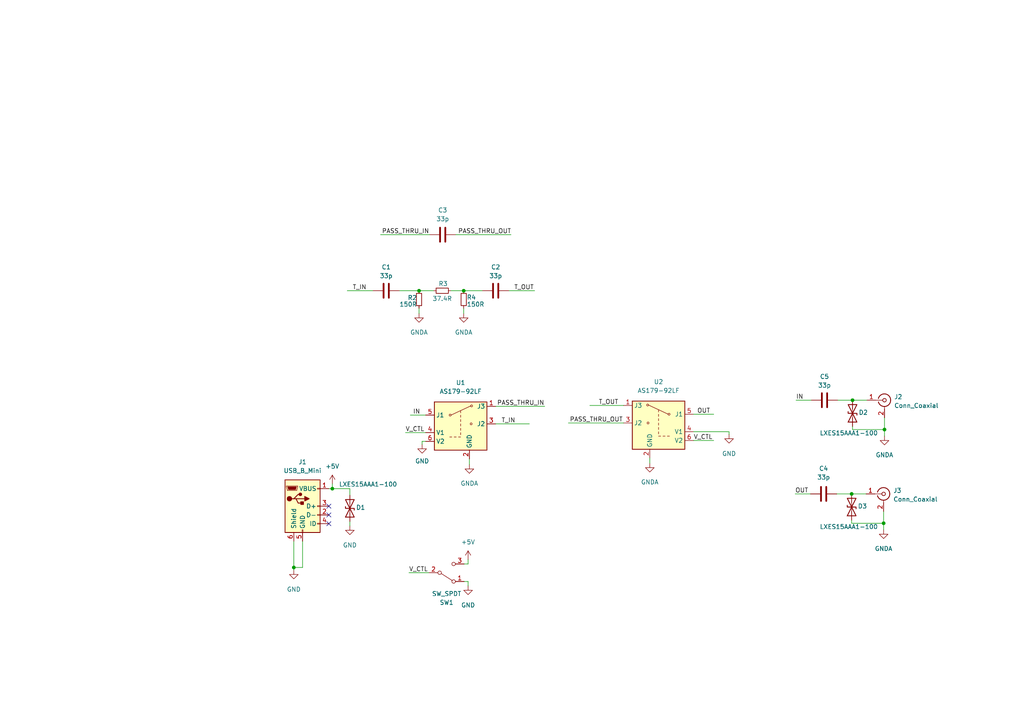
<source format=kicad_sch>
(kicad_sch (version 20211123) (generator eeschema)
  (paper "A4")
  (lib_symbols
    (symbol "Connector:Conn_Coaxial" (pin_names (offset 1.016) hide)
      (property "Reference" "J" (at 0.254 3.048 0))
      (property "Value" "Conn_Coaxial" (at 2.921 0 90))
      (symbol "Conn_Coaxial_0_1"
        (arc (start -1.778 -0.508) (mid 0.2311 -1.8066) (end 1.778 0) (stroke (width 0.254)))
        (polyline (pts (xy -2.54 0) (xy -0.508 0)))
        (polyline (pts (xy 0 -2.54) (xy 0 -1.778)))
        (circle (center 0 0) (radius 0.508) (stroke (width 0.2032)))
        (arc (start 1.778 0) (mid 0.2099 1.8101) (end -1.778 0.508) (stroke (width 0.254)))
      )
      (symbol "Conn_Coaxial_1_1"
        (pin passive line (at -5.08 0 0) (length 2.54) (name "In") (number "1"))
        (pin passive line (at 0 -5.08 90) (length 2.54) (name "Ext") (number "2"))
      )
    )
    (symbol "Connector:USB_B_Mini" (pin_names (offset 1.016))
      (property "Reference" "J" (at -5.08 11.43 0))
      (property "Value" "USB_B_Mini" (at -5.08 8.89 0))
      (symbol "USB_B_Mini_0_1"
        (rectangle (start -5.08 -7.62) (end 5.08 7.62) (stroke (width 0.254)) (fill (type background)))
        (circle (center -3.81 2.159) (radius 0.635) (stroke (width 0.254)) (fill (type outline)))
        (circle (center -0.635 3.429) (radius 0.381) (stroke (width 0.254)) (fill (type outline)))
        (rectangle (start -0.127 -7.62) (end 0.127 -6.858))
        (polyline (pts (xy -1.905 2.159) (xy 0.635 2.159)) (stroke (width 0.254)))
        (polyline (pts (xy -3.175 2.159) (xy -2.54 2.159) (xy -1.27 3.429) (xy -0.635 3.429)) (stroke (width 0.254)))
        (polyline (pts (xy -2.54 2.159) (xy -1.905 2.159) (xy -1.27 0.889) (xy 0 0.889)) (stroke (width 0.254)))
        (polyline (pts (xy 0.635 2.794) (xy 0.635 1.524) (xy 1.905 2.159) (xy 0.635 2.794)) (stroke (width 0.254)) (fill (type outline)))
        (polyline (pts (xy -4.318 5.588) (xy -1.778 5.588) (xy -2.032 4.826) (xy -4.064 4.826) (xy -4.318 5.588)) (fill (type outline)))
        (polyline (pts (xy -4.699 5.842) (xy -4.699 5.588) (xy -4.445 4.826) (xy -4.445 4.572) (xy -1.651 4.572) (xy -1.651 4.826) (xy -1.397 5.588) (xy -1.397 5.842) (xy -4.699 5.842)))
        (rectangle (start 0.254 1.27) (end -0.508 0.508) (stroke (width 0.254)) (fill (type outline)))
        (rectangle (start 5.08 -5.207) (end 4.318 -4.953))
        (rectangle (start 5.08 -2.667) (end 4.318 -2.413))
        (rectangle (start 5.08 -0.127) (end 4.318 0.127))
        (rectangle (start 5.08 4.953) (end 4.318 5.207))
      )
      (symbol "USB_B_Mini_1_1"
        (pin power_out line (at 7.62 5.08 180) (length 2.54) (name "VBUS") (number "1"))
        (pin bidirectional line (at 7.62 -2.54 180) (length 2.54) (name "D-") (number "2"))
        (pin bidirectional line (at 7.62 0 180) (length 2.54) (name "D+") (number "3"))
        (pin passive line (at 7.62 -5.08 180) (length 2.54) (name "ID") (number "4"))
        (pin power_out line (at 0 -10.16 90) (length 2.54) (name "GND") (number "5"))
        (pin passive line (at -2.54 -10.16 90) (length 2.54) (name "Shield") (number "6"))
      )
    )
    (symbol "Device:C" (pin_numbers hide) (pin_names (offset 0.254))
      (property "Reference" "C" (at 0.635 2.54 0))
      (property "Value" "C" (at 0.635 -2.54 0))
      (symbol "C_0_1"
        (polyline (pts (xy -2.032 -0.762) (xy 2.032 -0.762)) (stroke (width 0.508)))
        (polyline (pts (xy -2.032 0.762) (xy 2.032 0.762)) (stroke (width 0.508)))
      )
      (symbol "C_1_1"
        (pin passive line (at 0 3.81 270) (length 2.794) (name "~") (number "1"))
        (pin passive line (at 0 -3.81 90) (length 2.794) (name "~") (number "2"))
      )
    )
    (symbol "Device:D_TVS" (pin_numbers hide) (pin_names (offset 1.016) hide)
      (property "Reference" "D" (at 0 2.54 0))
      (property "Value" "D_TVS" (at 0 -2.54 0))
      (symbol "D_TVS_0_1"
        (polyline (pts (xy 1.27 0) (xy -1.27 0)))
        (polyline (pts (xy 0.508 1.27) (xy 0 1.27) (xy 0 -1.27) (xy -0.508 -1.27)) (stroke (width 0.254)))
        (polyline (pts (xy -2.54 1.27) (xy -2.54 -1.27) (xy 2.54 1.27) (xy 2.54 -1.27) (xy -2.54 1.27)) (stroke (width 0.254)))
      )
      (symbol "D_TVS_1_1"
        (pin passive line (at -3.81 0 0) (length 2.54) (name "A1") (number "1"))
        (pin passive line (at 3.81 0 180) (length 2.54) (name "A2") (number "2"))
      )
    )
    (symbol "Device:R_Small" (pin_numbers hide) (pin_names (offset 0.254) hide)
      (property "Reference" "R" (at 0.762 0.508 0))
      (property "Value" "R_Small" (at 0.762 -1.016 0))
      (symbol "R_Small_0_1"
        (rectangle (start -0.762 1.778) (end 0.762 -1.778) (stroke (width 0.2032)))
      )
      (symbol "R_Small_1_1"
        (pin passive line (at 0 2.54 270) (length 0.762) (name "~") (number "1"))
        (pin passive line (at 0 -2.54 90) (length 0.762) (name "~") (number "2"))
      )
    )
    (symbol "RF_Switch:AS179-92LF"
      (property "Reference" "U" (at -7.62 7.62 0))
      (property "Value" "AS179-92LF" (at 2.54 7.62 0))
      (symbol "AS179-92LF_1_1"
        (circle (center -3.048 2.54) (radius 0.2794))
        (polyline (pts (xy -3.175 -3.81) (xy -2.54 -3.81)))
        (polyline (pts (xy -2.794 2.54) (xy 2.921 5.207)))
        (polyline (pts (xy -1.905 -3.81) (xy -1.27 -3.81)))
        (polyline (pts (xy -0.635 -3.81) (xy 0 -3.81)))
        (polyline (pts (xy 0 -3.175) (xy 0 -2.54)))
        (polyline (pts (xy 0 -1.905) (xy 0 -1.27)))
        (polyline (pts (xy 0 -0.635) (xy 0 0)))
        (polyline (pts (xy 0 0.635) (xy 0 1.27)))
        (polyline (pts (xy 0 1.905) (xy 0 2.54)))
        (polyline (pts (xy 0 3.175) (xy 0 3.81)))
        (circle (center 3.048 0) (radius 0.2794))
        (circle (center 3.175 5.207) (radius 0.2794))
        (rectangle (start 7.62 -7.62) (end -7.62 6.35) (stroke (width 0.254)) (fill (type background)))
        (pin passive line (at 10.16 5.08 180) (length 2.54) (name "J3") (number "1"))
        (pin power_in line (at 2.54 -10.16 90) (length 2.54) (name "GND") (number "2"))
        (pin passive line (at 10.16 0 180) (length 2.54) (name "J2") (number "3"))
        (pin input line (at -10.16 -2.54 0) (length 2.54) (name "V1") (number "4"))
        (pin passive line (at -10.16 2.54 0) (length 2.54) (name "J1") (number "5"))
        (pin input line (at -10.16 -5.08 0) (length 2.54) (name "V2") (number "6"))
      )
    )
    (symbol "Switch:SW_SPDT" (pin_names (offset 0) hide)
      (property "Reference" "SW" (at 0 4.318 0))
      (property "Value" "SW_SPDT" (at 0 -5.08 0))
      (symbol "SW_SPDT_0_0"
        (circle (center -2.032 0) (radius 0.508))
        (circle (center 2.032 -2.54) (radius 0.508))
      )
      (symbol "SW_SPDT_0_1"
        (polyline (pts (xy -1.524 0.254) (xy 1.651 2.286)))
        (circle (center 2.032 2.54) (radius 0.508))
      )
      (symbol "SW_SPDT_1_1"
        (pin passive line (at 5.08 2.54 180) (length 2.54) (name "A") (number "1"))
        (pin passive line (at -5.08 0 0) (length 2.54) (name "B") (number "2"))
        (pin passive line (at 5.08 -2.54 180) (length 2.54) (name "C") (number "3"))
      )
    )
    (symbol "power:+5V" (power) (pin_names (offset 0))
      (property "Value" "+5V" (at 0 3.556 0))
      (symbol "+5V_0_1"
        (polyline (pts (xy -0.762 1.27) (xy 0 2.54)))
        (polyline (pts (xy 0 0) (xy 0 2.54)))
        (polyline (pts (xy 0 2.54) (xy 0.762 1.27)))
      )
      (symbol "+5V_1_1"
        (pin power_in line (at 0 0 90) (length 0) hide (name "+5V") (number "1"))
      )
    )
    (symbol "power:GND" (power) (pin_names (offset 0))
      (property "Value" "GND" (at 0 -3.81 0))
      (symbol "GND_0_1"
        (polyline (pts (xy 0 0) (xy 0 -1.27) (xy 1.27 -1.27) (xy 0 -2.54) (xy -1.27 -1.27) (xy 0 -1.27)))
      )
      (symbol "GND_1_1"
        (pin power_in line (at 0 0 270) (length 0) hide (name "GND") (number "1"))
      )
    )
    (symbol "power:GNDA" (power) (pin_names (offset 0))
      (property "Value" "GNDA" (at 0 -3.81 0))
      (symbol "GNDA_0_1"
        (polyline (pts (xy 0 0) (xy 0 -1.27) (xy 1.27 -1.27) (xy 0 -2.54) (xy -1.27 -1.27) (xy 0 -1.27)))
      )
      (symbol "GNDA_1_1"
        (pin power_in line (at 0 0 270) (length 0) hide (name "GNDA") (number "1"))
      )
    )
  )
  (junction (at 121.539 84.328))
  (junction (at 256.54 124.587))
  (junction (at 134.493 84.328))
  (junction (at 96.393 141.732))
  (junction (at 247.015 143.256))
  (junction (at 85.217 164.592))
  (junction (at 256.286 151.765))
  (junction (at 247.269 116.078))
  (no_connect (at 95.377 146.812))
  (no_connect (at 95.377 149.352))
  (no_connect (at 95.377 151.892))
  (wire (pts (xy 247.269 123.698) (xy 247.269 124.587)))
  (wire (pts (xy 95.377 141.732) (xy 96.393 141.732)))
  (wire (pts (xy 247.015 151.765) (xy 256.286 151.765)))
  (wire (pts (xy 171.069 117.602) (xy 180.848 117.602)))
  (wire (pts (xy 122.428 128.905) (xy 122.428 128.016)))
  (wire (pts (xy 201.168 125.222) (xy 211.455 125.222)))
  (wire (pts (xy 256.54 121.158) (xy 256.54 124.587)))
  (wire (pts (xy 96.393 141.732) (xy 101.473 141.732)))
  (wire (pts (xy 247.269 124.587) (xy 256.54 124.587)))
  (wire (pts (xy 143.764 122.936) (xy 153.543 122.936)))
  (wire (pts (xy 121.539 84.328) (xy 125.73 84.328)))
  (wire (pts (xy 256.54 124.587) (xy 256.54 126.492)))
  (wire (pts (xy 135.763 163.576) (xy 135.763 162.306)))
  (wire (pts (xy 247.015 143.256) (xy 251.206 143.256)))
  (wire (pts (xy 256.286 148.336) (xy 256.286 151.765)))
  (wire (pts (xy 143.764 117.856) (xy 157.988 117.856)))
  (wire (pts (xy 247.015 150.876) (xy 247.015 151.765)))
  (wire (pts (xy 118.618 166.116) (xy 124.46 166.116)))
  (wire (pts (xy 101.473 141.732) (xy 101.473 143.637)))
  (wire (pts (xy 87.757 164.592) (xy 85.217 164.592)))
  (wire (pts (xy 85.217 164.592) (xy 85.217 165.354)))
  (wire (pts (xy 242.697 143.256) (xy 247.015 143.256)))
  (wire (pts (xy 134.493 84.328) (xy 139.954 84.328)))
  (wire (pts (xy 188.468 132.842) (xy 188.468 134.366)))
  (wire (pts (xy 130.81 84.328) (xy 134.493 84.328)))
  (wire (pts (xy 100.711 84.328) (xy 108.204 84.328)))
  (wire (pts (xy 132.207 68.072) (xy 148.209 68.072)))
  (wire (pts (xy 122.428 128.016) (xy 123.444 128.016)))
  (wire (pts (xy 121.539 89.408) (xy 121.539 90.932)))
  (wire (pts (xy 134.493 89.408) (xy 134.493 90.932)))
  (wire (pts (xy 201.168 127.762) (xy 207.01 127.762)))
  (wire (pts (xy 96.393 141.732) (xy 96.393 140.335)))
  (wire (pts (xy 87.757 156.972) (xy 87.757 164.592)))
  (wire (pts (xy 136.144 133.096) (xy 136.144 134.747)))
  (wire (pts (xy 247.269 116.078) (xy 251.46 116.078)))
  (wire (pts (xy 147.574 84.328) (xy 155.067 84.328)))
  (wire (pts (xy 211.455 125.222) (xy 211.455 125.984)))
  (wire (pts (xy 256.286 151.765) (xy 256.286 153.67)))
  (wire (pts (xy 117.602 125.476) (xy 123.444 125.476)))
  (wire (pts (xy 164.846 122.682) (xy 180.848 122.682)))
  (wire (pts (xy 115.824 84.328) (xy 121.539 84.328)))
  (wire (pts (xy 230.886 116.078) (xy 235.331 116.078)))
  (wire (pts (xy 134.62 168.656) (xy 135.763 168.656)))
  (wire (pts (xy 135.763 168.656) (xy 135.763 169.926)))
  (wire (pts (xy 101.473 151.257) (xy 101.473 152.527)))
  (wire (pts (xy 134.62 163.576) (xy 135.763 163.576)))
  (wire (pts (xy 110.363 68.072) (xy 124.587 68.072)))
  (wire (pts (xy 230.632 143.256) (xy 235.077 143.256)))
  (wire (pts (xy 118.999 120.396) (xy 123.444 120.396)))
  (wire (pts (xy 242.951 116.078) (xy 247.269 116.078)))
  (wire (pts (xy 201.168 120.142) (xy 207.01 120.142)))
  (wire (pts (xy 85.217 156.972) (xy 85.217 164.592)))
  (label "T_OUT" (at 173.609 117.602 0))
  (label "OUT" (at 230.632 143.256 0))
  (label "T_IN" (at 145.415 122.936 0))
  (label "PASS_THRU_OUT" (at 165.227 122.682 0))
  (label "PASS_THRU_IN" (at 110.744 68.072 0))
  (label "IN" (at 119.761 120.396 0))
  (label "IN" (at 230.886 116.078 0))
  (label "PASS_THRU_IN" (at 144.145 117.856 0))
  (label "PASS_THRU_OUT" (at 132.842 68.072 0))
  (label "V_CTL" (at 201.168 127.762 0))
  (label "V_CTL" (at 117.602 125.476 0))
  (label "T_OUT" (at 149.098 84.328 0))
  (label "T_IN" (at 102.235 84.328 0))
  (label "OUT" (at 202.184 120.142 0))
  (label "V_CTL" (at 118.618 166.116 0))
  (symbol (lib_id "power:GNDA") (at 256.54 126.492 0) (unit 1)
    (property "Reference" "#PWR0108" (effects hide))
    (property "Value" "GNDA" (at 256.54 131.953 0))
  )
  (symbol (lib_id "power:GND") (at 85.217 165.354 0) (unit 1)
    (property "Reference" "#PWR0103" (effects hide))
    (property "Value" "GND" (at 85.217 170.942 0))
  )
  (symbol (lib_id "Device:C") (at 112.014 84.328 90) (unit 1)
    (property "Reference" "C1" (at 112.014 77.47 90))
    (property "Value" "33p" (at 112.014 80.01 90))
    (property "Footprint" "Capacitor_SMD:C_0805_2012Metric" (effects hide))
  )
  (symbol (lib_id "RF_Switch:AS179-92LF") (at 133.604 122.936 0) (unit 1)
    (property "Reference" "U1" (at 133.604 110.998 0))
    (property "Value" "AS179-92LF" (at 133.604 113.538 0))
    (property "Footprint" "Package_TO_SOT_SMD:SOT-363_SC-70-6" (effects hide))
    (property "Datasheet" "http://www.skyworksinc.com/uploads/documents/AS179_92LF_200176H.pdf" (effects hide))
  )
  (symbol (lib_id "Device:R_Small") (at 121.539 86.868 180) (unit 1)
    (property "Reference" "R2" (at 118.237 86.36 0) (effects (justify right)))
    (property "Value" "150R" (at 115.824 88.265 0) (effects (justify right)))
    (property "Footprint" "Resistor_SMD:R_0805_2012Metric" (effects hide))
  )
  (symbol (lib_id "Switch:SW_SPDT") (at 129.54 166.116 0) (mirror x) (unit 1)
    (property "Reference" "SW1" (at 129.54 174.752 0))
    (property "Value" "SW_SPDT" (at 129.54 172.212 0))
    (property "Footprint" "Button_Switch_THT:SW_CuK_JS202011AQN_DPDT_Angled" (effects hide))
  )
  (symbol (lib_id "Device:C") (at 239.141 116.078 90) (unit 1)
    (property "Reference" "C5" (at 239.141 109.22 90))
    (property "Value" "33p" (at 239.141 111.76 90))
    (property "Footprint" "Capacitor_SMD:C_0805_2012Metric" (effects hide))
  )
  (symbol (lib_id "Device:C") (at 238.887 143.256 90) (unit 1)
    (property "Reference" "C4" (at 238.887 135.89 90))
    (property "Value" "33p" (at 238.887 138.43 90))
    (property "Footprint" "Capacitor_SMD:C_0805_2012Metric" (effects hide))
  )
  (symbol (lib_id "power:GNDA") (at 256.286 153.67 0) (unit 1)
    (property "Reference" "#PWR0109" (effects hide))
    (property "Value" "GNDA" (at 256.286 159.131 0))
  )
  (symbol (lib_id "power:GNDA") (at 134.493 90.932 0) (unit 1)
    (property "Reference" "#PWR0106" (effects hide))
    (property "Value" "GNDA" (at 134.493 96.393 0))
  )
  (symbol (lib_id "Connector:Conn_Coaxial") (at 256.286 143.256 0) (unit 1)
    (property "Reference" "J3" (at 259.08 142.2791 0) (effects (justify left)))
    (property "Value" "Conn_Coaxial" (at 259.08 144.8191 0) (effects (justify left)))
    (property "Footprint" "Connector_Coaxial:SMA_Molex_73251-2120_EdgeMount_Horizontal" (effects hide))
    (property "Datasheet" " ~" (effects hide))
  )
  (symbol (lib_id "Device:R_Small") (at 134.493 86.868 180) (unit 1)
    (property "Reference" "R4" (at 135.382 86.233 0) (effects (justify right)))
    (property "Value" "150R" (at 135.382 88.265 0) (effects (justify right)))
    (property "Footprint" "Resistor_SMD:R_0805_2012Metric" (effects hide))
  )
  (symbol (lib_id "Device:C") (at 143.764 84.328 90) (unit 1)
    (property "Reference" "C2" (at 143.764 77.47 90))
    (property "Value" "33p" (at 143.764 80.01 90))
    (property "Footprint" "Capacitor_SMD:C_0805_2012Metric" (effects hide))
  )
  (symbol (lib_id "power:GND") (at 101.473 152.527 0) (unit 1)
    (property "Reference" "#PWR0113" (effects hide))
    (property "Value" "GND" (at 101.473 158.115 0))
  )
  (symbol (lib_id "power:GND") (at 135.763 169.926 0) (unit 1)
    (property "Reference" "#PWR0111" (effects hide))
    (property "Value" "GND" (at 135.763 175.514 0))
  )
  (symbol (lib_id "RF_Switch:AS179-92LF") (at 191.008 122.682 0) (mirror y) (unit 1)
    (property "Reference" "U2" (at 191.008 110.744 0))
    (property "Value" "AS179-92LF" (at 191.008 113.284 0))
    (property "Footprint" "Package_TO_SOT_SMD:SOT-363_SC-70-6" (effects hide))
    (property "Datasheet" "http://www.skyworksinc.com/uploads/documents/AS179_92LF_200176H.pdf" (effects hide))
  )
  (symbol (lib_id "power:+5V") (at 135.763 162.306 0) (unit 1)
    (property "Reference" "#PWR0107" (effects hide))
    (property "Value" "+5V" (at 135.763 157.226 0))
  )
  (symbol (lib_id "power:GNDA") (at 188.468 134.366 0) (unit 1)
    (property "Reference" "#PWR0101" (effects hide))
    (property "Value" "GNDA" (at 188.468 139.827 0))
  )
  (symbol (lib_id "Device:D_TVS") (at 101.473 147.447 90) (unit 1)
    (property "Reference" "D1" (at 103.251 147.193 90) (effects (justify right)))
    (property "Value" "LXES15AAA1-100" (at 98.298 140.462 90) (effects (justify right)))
    (property "Footprint" "Diode_SMD:D_0402_1005Metric" (effects hide))
  )
  (symbol (lib_id "power:GNDA") (at 136.144 134.747 0) (unit 1)
    (property "Reference" "#PWR0110" (effects hide))
    (property "Value" "GNDA" (at 136.144 140.208 0))
  )
  (symbol (lib_id "Device:D_TVS") (at 247.269 119.888 90) (unit 1)
    (property "Reference" "D2" (at 249.047 119.634 90) (effects (justify right)))
    (property "Value" "LXES15AAA1-100" (at 237.744 125.603 90) (effects (justify right)))
    (property "Footprint" "Diode_SMD:D_0402_1005Metric" (effects hide))
  )
  (symbol (lib_id "power:GND") (at 211.455 125.984 0) (unit 1)
    (property "Reference" "#PWR0112" (effects hide))
    (property "Value" "GND" (at 211.455 131.572 0))
  )
  (symbol (lib_id "power:GNDA") (at 121.539 90.932 0) (unit 1)
    (property "Reference" "#PWR0102" (effects hide))
    (property "Value" "GNDA" (at 121.539 96.393 0))
  )
  (symbol (lib_id "Device:R_Small") (at 128.27 84.328 90) (unit 1)
    (property "Reference" "R3" (at 128.524 82.296 90))
    (property "Value" "37.4R" (at 128.27 86.614 90))
    (property "Footprint" "Resistor_SMD:R_0805_2012Metric" (effects hide))
  )
  (symbol (lib_id "power:+5V") (at 96.393 140.335 0) (unit 1)
    (property "Reference" "#PWR0104" (effects hide))
    (property "Value" "+5V" (at 96.393 135.255 0))
  )
  (symbol (lib_id "power:GND") (at 122.428 128.905 0) (unit 1)
    (property "Reference" "#PWR0105" (effects hide))
    (property "Value" "GND" (at 122.428 133.731 0))
  )
  (symbol (lib_id "Connector:USB_B_Mini") (at 87.757 146.812 0) (unit 1)
    (property "Reference" "J1" (at 87.757 133.985 0))
    (property "Value" "USB_B_Mini" (at 87.757 136.525 0))
    (property "Footprint" "Connector_USB:USB_Mini-B_Wuerth_65100516121_Horizontal" (effects hide))
  )
  (symbol (lib_id "Device:C") (at 128.397 68.072 90) (unit 1)
    (property "Reference" "C3" (at 128.397 60.96 90))
    (property "Value" "33p" (at 128.397 63.5 90))
    (property "Footprint" "Capacitor_SMD:C_0805_2012Metric" (effects hide))
  )
  (symbol (lib_id "Connector:Conn_Coaxial") (at 256.54 116.078 0) (unit 1)
    (property "Reference" "J2" (at 259.334 115.1011 0) (effects (justify left)))
    (property "Value" "Conn_Coaxial" (at 259.334 117.6411 0) (effects (justify left)))
    (property "Footprint" "Connector_Coaxial:SMA_Molex_73251-2120_EdgeMount_Horizontal" (effects hide))
    (property "Datasheet" " ~" (effects hide))
  )
  (symbol (lib_id "Device:D_TVS") (at 247.015 147.066 90) (unit 1)
    (property "Reference" "D3" (at 248.793 146.812 90) (effects (justify right)))
    (property "Value" "LXES15AAA1-100" (at 237.744 152.781 90) (effects (justify right)))
    (property "Footprint" "Diode_SMD:D_0402_1005Metric" (effects hide))
  )
)
</source>
